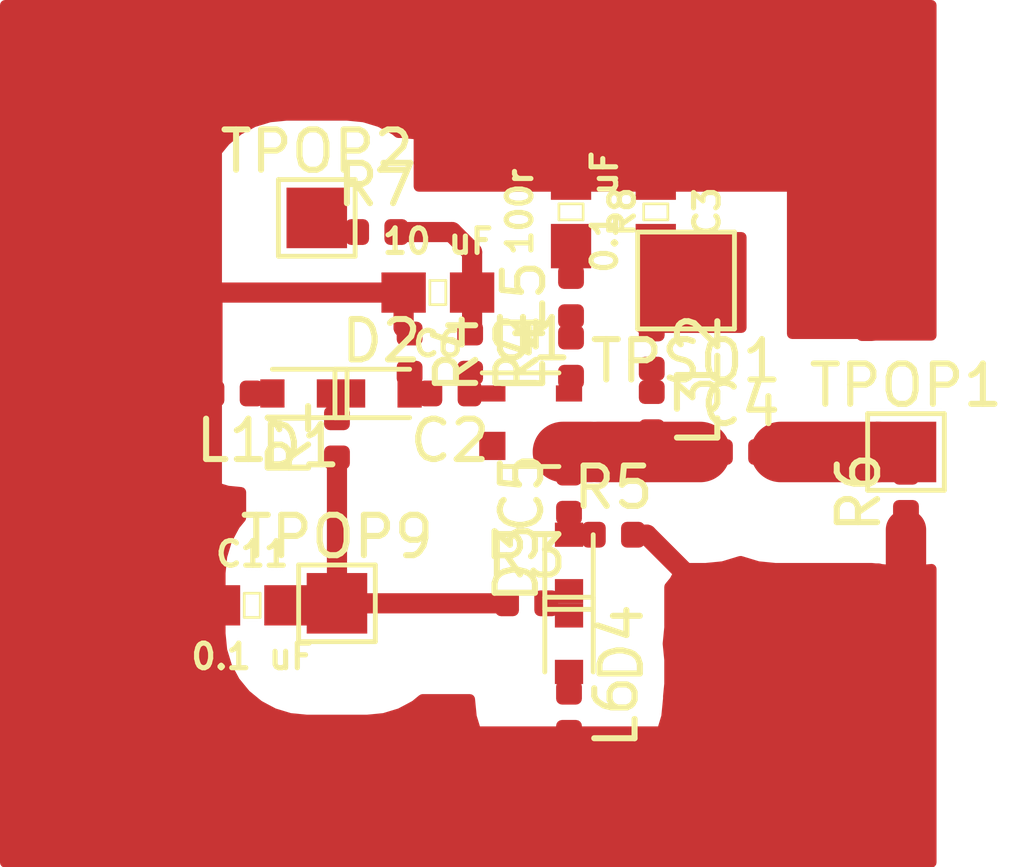
<source format=kicad_pcb>
(kicad_pcb (version 20171130) (host pcbnew 5.1.5+dfsg1-2~bpo9+1)

  (general
    (thickness 1.6)
    (drawings 0)
    (tracks 18)
    (zones 0)
    (modules 29)
    (nets 19)
  )

  (page A4)
  (layers
    (0 F.Cu signal)
    (31 B.Cu signal)
    (32 B.Adhes user)
    (33 F.Adhes user)
    (34 B.Paste user)
    (35 F.Paste user)
    (36 B.SilkS user)
    (37 F.SilkS user hide)
    (38 B.Mask user)
    (39 F.Mask user)
    (40 Dwgs.User user)
    (41 Cmts.User user)
    (42 Eco1.User user)
    (43 Eco2.User user)
    (44 Edge.Cuts user)
    (45 Margin user)
    (46 B.CrtYd user)
    (47 F.CrtYd user)
    (48 B.Fab user)
    (49 F.Fab user)
  )

  (setup
    (last_trace_width 0.5)
    (trace_clearance 0.2)
    (zone_clearance 0.1)
    (zone_45_only no)
    (trace_min 0.2)
    (via_size 0.8)
    (via_drill 0.4)
    (via_min_size 0.4)
    (via_min_drill 0.3)
    (uvia_size 0.3)
    (uvia_drill 0.1)
    (uvias_allowed no)
    (uvia_min_size 0.2)
    (uvia_min_drill 0.1)
    (edge_width 0.05)
    (segment_width 0.2)
    (pcb_text_width 0.3)
    (pcb_text_size 1.5 1.5)
    (mod_edge_width 0.12)
    (mod_text_size 1 1)
    (mod_text_width 0.15)
    (pad_size 0.65 0.7)
    (pad_drill 0)
    (pad_to_mask_clearance 0.051)
    (solder_mask_min_width 0.25)
    (aux_axis_origin 83.75 85.75)
    (grid_origin 83.75 85.75)
    (visible_elements FFF9FF7F)
    (pcbplotparams
      (layerselection 0x00000_7fffffff)
      (usegerberextensions false)
      (usegerberattributes false)
      (usegerberadvancedattributes false)
      (creategerberjobfile false)
      (excludeedgelayer true)
      (linewidth 0.020000)
      (plotframeref false)
      (viasonmask false)
      (mode 1)
      (useauxorigin true)
      (hpglpennumber 1)
      (hpglpenspeed 20)
      (hpglpendiameter 15.000000)
      (psnegative false)
      (psa4output false)
      (plotreference true)
      (plotvalue true)
      (plotinvisibletext false)
      (padsonsilk false)
      (subtractmaskfromsilk false)
      (outputformat 1)
      (mirror false)
      (drillshape 0)
      (scaleselection 1)
      (outputdirectory "CAM/"))
  )

  (net 0 "")
  (net 1 GND)
  (net 2 "Net-(C2-Pad2)")
  (net 3 "Net-(C2-Pad1)")
  (net 4 "Net-(C4-Pad1)")
  (net 5 "Net-(C5-Pad1)")
  (net 6 "Net-(D1-Pad1)")
  (net 7 "Net-(D1-Pad2)")
  (net 8 "Net-(L2-Pad2)")
  (net 9 "Net-(L4-Pad2)")
  (net 10 "Net-(L4-Pad1)")
  (net 11 "Net-(D3-Pad1)")
  (net 12 "Net-(D4-Pad2)")
  (net 13 nsource)
  (net 14 nvaractor)
  (net 15 noutput)
  (net 16 "Net-(C6-Pad1)")
  (net 17 "Net-(L5-Pad2)")
  (net 18 "Net-(R7-Pad1)")

  (net_class Default "This is the default net class."
    (clearance 0.2)
    (trace_width 0.5)
    (via_dia 0.8)
    (via_drill 0.4)
    (uvia_dia 0.3)
    (uvia_drill 0.1)
    (add_net GND)
    (add_net "Net-(C2-Pad1)")
    (add_net "Net-(C2-Pad2)")
    (add_net "Net-(C4-Pad1)")
    (add_net "Net-(C5-Pad1)")
    (add_net "Net-(C6-Pad1)")
    (add_net "Net-(D1-Pad1)")
    (add_net "Net-(D1-Pad2)")
    (add_net "Net-(D3-Pad1)")
    (add_net "Net-(D4-Pad2)")
    (add_net "Net-(L2-Pad2)")
    (add_net "Net-(L4-Pad1)")
    (add_net "Net-(L4-Pad2)")
    (add_net "Net-(L5-Pad2)")
    (add_net "Net-(R7-Pad1)")
    (add_net noutput)
    (add_net nsource)
    (add_net nvaractor)
  )

  (module TestPoint:TestPoint_Pad_1.5x1.5mm (layer F.Cu) (tedit 5A0F774F) (tstamp 5EE822A5)
    (at 92.1 100.7)
    (descr "SMD rectangular pad as test Point, square 1.5mm side length")
    (tags "test point SMD pad rectangle square")
    (path /5F0E660D)
    (attr virtual)
    (fp_text reference TPOP9 (at 0 -1.648) (layer F.SilkS)
      (effects (font (size 1 1) (thickness 0.15)))
    )
    (fp_text value varactor (at 0 1.75) (layer F.Fab)
      (effects (font (size 1 1) (thickness 0.15)))
    )
    (fp_line (start 1.25 1.25) (end -1.25 1.25) (layer F.CrtYd) (width 0.05))
    (fp_line (start 1.25 1.25) (end 1.25 -1.25) (layer F.CrtYd) (width 0.05))
    (fp_line (start -1.25 -1.25) (end -1.25 1.25) (layer F.CrtYd) (width 0.05))
    (fp_line (start -1.25 -1.25) (end 1.25 -1.25) (layer F.CrtYd) (width 0.05))
    (fp_line (start -0.95 0.95) (end -0.95 -0.95) (layer F.SilkS) (width 0.12))
    (fp_line (start 0.95 0.95) (end -0.95 0.95) (layer F.SilkS) (width 0.12))
    (fp_line (start 0.95 -0.95) (end 0.95 0.95) (layer F.SilkS) (width 0.12))
    (fp_line (start -0.95 -0.95) (end 0.95 -0.95) (layer F.SilkS) (width 0.12))
    (fp_text user %R (at 0 -1.65) (layer F.Fab)
      (effects (font (size 1 1) (thickness 0.15)))
    )
    (pad 1 smd rect (at 0 0) (size 1.5 1.5) (layers F.Cu F.Mask)
      (net 14 nvaractor))
  )

  (module Capacitors:0603 (layer F.Cu) (tedit 596180EF) (tstamp 5EE5BC2E)
    (at 97.9 91 270)
    (descr "GENERIC 1608 (0603) PACKAGE")
    (tags "GENERIC 1608 (0603) PACKAGE")
    (path /5EF4BB1B)
    (attr smd)
    (fp_text reference R8 (at 0 -1.27 90) (layer F.SilkS)
      (effects (font (size 0.6096 0.6096) (thickness 0.127)))
    )
    (fp_text value 100r (at 0 1.27 90) (layer F.SilkS)
      (effects (font (size 0.6096 0.6096) (thickness 0.127)))
    )
    (fp_line (start -0.3556 0.41656) (end 0.3556 0.41656) (layer Dwgs.User) (width 0.1016))
    (fp_line (start -0.3556 -0.4318) (end 0.3556 -0.4318) (layer Dwgs.User) (width 0.1016))
    (fp_line (start -1.59766 0.6985) (end -1.59766 -0.6985) (layer F.CrtYd) (width 0.0508))
    (fp_line (start 1.59766 0.6985) (end -1.59766 0.6985) (layer F.CrtYd) (width 0.0508))
    (fp_line (start 1.59766 -0.6985) (end 1.59766 0.6985) (layer F.CrtYd) (width 0.0508))
    (fp_line (start -1.59766 -0.6985) (end 1.59766 -0.6985) (layer F.CrtYd) (width 0.0508))
    (fp_line (start -0.19812 0.29972) (end -0.19812 -0.29972) (layer F.SilkS) (width 0.06604))
    (fp_line (start -0.19812 -0.29972) (end 0.19812 -0.29972) (layer F.SilkS) (width 0.06604))
    (fp_line (start 0.19812 0.29972) (end 0.19812 -0.29972) (layer F.SilkS) (width 0.06604))
    (fp_line (start -0.19812 0.29972) (end 0.19812 0.29972) (layer F.SilkS) (width 0.06604))
    (fp_line (start 0.3302 0.4699) (end 0.3302 -0.48006) (layer Dwgs.User) (width 0.06604))
    (fp_line (start 0.3302 -0.48006) (end 0.82804 -0.48006) (layer Dwgs.User) (width 0.06604))
    (fp_line (start 0.82804 0.4699) (end 0.82804 -0.48006) (layer Dwgs.User) (width 0.06604))
    (fp_line (start 0.3302 0.4699) (end 0.82804 0.4699) (layer Dwgs.User) (width 0.06604))
    (fp_line (start -0.8382 0.4699) (end -0.8382 -0.48006) (layer Dwgs.User) (width 0.06604))
    (fp_line (start -0.8382 -0.48006) (end -0.33782 -0.48006) (layer Dwgs.User) (width 0.06604))
    (fp_line (start -0.33782 0.4699) (end -0.33782 -0.48006) (layer Dwgs.User) (width 0.06604))
    (fp_line (start -0.8382 0.4699) (end -0.33782 0.4699) (layer Dwgs.User) (width 0.06604))
    (pad 2 smd rect (at 0.84836 0 270) (size 1.09982 0.99822) (layers F.Cu F.Paste F.Mask)
      (net 17 "Net-(L5-Pad2)") (solder_mask_margin 0.1016))
    (pad 1 smd rect (at -0.84836 0 270) (size 1.09982 0.99822) (layers F.Cu F.Paste F.Mask)
      (net 1 GND) (solder_mask_margin 0.1016))
  )

  (module Capacitors:0603 (layer F.Cu) (tedit 596180EF) (tstamp 5EE7F6BC)
    (at 90 100.75)
    (descr "GENERIC 1608 (0603) PACKAGE")
    (tags "GENERIC 1608 (0603) PACKAGE")
    (path /5F0D6222)
    (attr smd)
    (fp_text reference C11 (at 0 -1.27) (layer F.SilkS)
      (effects (font (size 0.6096 0.6096) (thickness 0.127)))
    )
    (fp_text value "0.1 uF" (at 0 1.27) (layer F.SilkS)
      (effects (font (size 0.6096 0.6096) (thickness 0.127)))
    )
    (fp_line (start -0.3556 0.41656) (end 0.3556 0.41656) (layer Dwgs.User) (width 0.1016))
    (fp_line (start -0.3556 -0.4318) (end 0.3556 -0.4318) (layer Dwgs.User) (width 0.1016))
    (fp_line (start -1.59766 0.6985) (end -1.59766 -0.6985) (layer F.CrtYd) (width 0.0508))
    (fp_line (start 1.59766 0.6985) (end -1.59766 0.6985) (layer F.CrtYd) (width 0.0508))
    (fp_line (start 1.59766 -0.6985) (end 1.59766 0.6985) (layer F.CrtYd) (width 0.0508))
    (fp_line (start -1.59766 -0.6985) (end 1.59766 -0.6985) (layer F.CrtYd) (width 0.0508))
    (fp_line (start -0.19812 0.29972) (end -0.19812 -0.29972) (layer F.SilkS) (width 0.06604))
    (fp_line (start -0.19812 -0.29972) (end 0.19812 -0.29972) (layer F.SilkS) (width 0.06604))
    (fp_line (start 0.19812 0.29972) (end 0.19812 -0.29972) (layer F.SilkS) (width 0.06604))
    (fp_line (start -0.19812 0.29972) (end 0.19812 0.29972) (layer F.SilkS) (width 0.06604))
    (fp_line (start 0.3302 0.4699) (end 0.3302 -0.48006) (layer Dwgs.User) (width 0.06604))
    (fp_line (start 0.3302 -0.48006) (end 0.82804 -0.48006) (layer Dwgs.User) (width 0.06604))
    (fp_line (start 0.82804 0.4699) (end 0.82804 -0.48006) (layer Dwgs.User) (width 0.06604))
    (fp_line (start 0.3302 0.4699) (end 0.82804 0.4699) (layer Dwgs.User) (width 0.06604))
    (fp_line (start -0.8382 0.4699) (end -0.8382 -0.48006) (layer Dwgs.User) (width 0.06604))
    (fp_line (start -0.8382 -0.48006) (end -0.33782 -0.48006) (layer Dwgs.User) (width 0.06604))
    (fp_line (start -0.33782 0.4699) (end -0.33782 -0.48006) (layer Dwgs.User) (width 0.06604))
    (fp_line (start -0.8382 0.4699) (end -0.33782 0.4699) (layer Dwgs.User) (width 0.06604))
    (pad 2 smd rect (at 0.84836 0) (size 1.09982 0.99822) (layers F.Cu F.Paste F.Mask)
      (net 14 nvaractor) (solder_mask_margin 0.1016))
    (pad 1 smd rect (at -0.84836 0) (size 1.09982 0.99822) (layers F.Cu F.Paste F.Mask)
      (net 1 GND) (solder_mask_margin 0.1016))
  )

  (module Capacitors:0603 (layer F.Cu) (tedit 596180EF) (tstamp 5EE5AC85)
    (at 94.6 93 180)
    (descr "GENERIC 1608 (0603) PACKAGE")
    (tags "GENERIC 1608 (0603) PACKAGE")
    (path /5EF2A408)
    (attr smd)
    (fp_text reference C6 (at 0 -1.27) (layer F.SilkS)
      (effects (font (size 0.6096 0.6096) (thickness 0.127)))
    )
    (fp_text value "10 uF" (at 0 1.27) (layer F.SilkS)
      (effects (font (size 0.6096 0.6096) (thickness 0.127)))
    )
    (fp_line (start -0.3556 0.41656) (end 0.3556 0.41656) (layer Dwgs.User) (width 0.1016))
    (fp_line (start -0.3556 -0.4318) (end 0.3556 -0.4318) (layer Dwgs.User) (width 0.1016))
    (fp_line (start -1.59766 0.6985) (end -1.59766 -0.6985) (layer F.CrtYd) (width 0.0508))
    (fp_line (start 1.59766 0.6985) (end -1.59766 0.6985) (layer F.CrtYd) (width 0.0508))
    (fp_line (start 1.59766 -0.6985) (end 1.59766 0.6985) (layer F.CrtYd) (width 0.0508))
    (fp_line (start -1.59766 -0.6985) (end 1.59766 -0.6985) (layer F.CrtYd) (width 0.0508))
    (fp_line (start -0.19812 0.29972) (end -0.19812 -0.29972) (layer F.SilkS) (width 0.06604))
    (fp_line (start -0.19812 -0.29972) (end 0.19812 -0.29972) (layer F.SilkS) (width 0.06604))
    (fp_line (start 0.19812 0.29972) (end 0.19812 -0.29972) (layer F.SilkS) (width 0.06604))
    (fp_line (start -0.19812 0.29972) (end 0.19812 0.29972) (layer F.SilkS) (width 0.06604))
    (fp_line (start 0.3302 0.4699) (end 0.3302 -0.48006) (layer Dwgs.User) (width 0.06604))
    (fp_line (start 0.3302 -0.48006) (end 0.82804 -0.48006) (layer Dwgs.User) (width 0.06604))
    (fp_line (start 0.82804 0.4699) (end 0.82804 -0.48006) (layer Dwgs.User) (width 0.06604))
    (fp_line (start 0.3302 0.4699) (end 0.82804 0.4699) (layer Dwgs.User) (width 0.06604))
    (fp_line (start -0.8382 0.4699) (end -0.8382 -0.48006) (layer Dwgs.User) (width 0.06604))
    (fp_line (start -0.8382 -0.48006) (end -0.33782 -0.48006) (layer Dwgs.User) (width 0.06604))
    (fp_line (start -0.33782 0.4699) (end -0.33782 -0.48006) (layer Dwgs.User) (width 0.06604))
    (fp_line (start -0.8382 0.4699) (end -0.33782 0.4699) (layer Dwgs.User) (width 0.06604))
    (pad 2 smd rect (at 0.84836 0 180) (size 1.09982 0.99822) (layers F.Cu F.Paste F.Mask)
      (net 1 GND) (solder_mask_margin 0.1016))
    (pad 1 smd rect (at -0.84836 0 180) (size 1.09982 0.99822) (layers F.Cu F.Paste F.Mask)
      (net 16 "Net-(C6-Pad1)") (solder_mask_margin 0.1016))
  )

  (module Capacitors:0603 (layer F.Cu) (tedit 596180EF) (tstamp 5EE00B37)
    (at 100 91 270)
    (descr "GENERIC 1608 (0603) PACKAGE")
    (tags "GENERIC 1608 (0603) PACKAGE")
    (path /5EE4533B)
    (attr smd)
    (fp_text reference C3 (at 0 -1.27 90) (layer F.SilkS)
      (effects (font (size 0.6096 0.6096) (thickness 0.127)))
    )
    (fp_text value "0.1 uF" (at 0 1.27 90) (layer F.SilkS)
      (effects (font (size 0.6096 0.6096) (thickness 0.127)))
    )
    (fp_line (start -0.3556 0.41656) (end 0.3556 0.41656) (layer Dwgs.User) (width 0.1016))
    (fp_line (start -0.3556 -0.4318) (end 0.3556 -0.4318) (layer Dwgs.User) (width 0.1016))
    (fp_line (start -1.59766 0.6985) (end -1.59766 -0.6985) (layer F.CrtYd) (width 0.0508))
    (fp_line (start 1.59766 0.6985) (end -1.59766 0.6985) (layer F.CrtYd) (width 0.0508))
    (fp_line (start 1.59766 -0.6985) (end 1.59766 0.6985) (layer F.CrtYd) (width 0.0508))
    (fp_line (start -1.59766 -0.6985) (end 1.59766 -0.6985) (layer F.CrtYd) (width 0.0508))
    (fp_line (start -0.19812 0.29972) (end -0.19812 -0.29972) (layer F.SilkS) (width 0.06604))
    (fp_line (start -0.19812 -0.29972) (end 0.19812 -0.29972) (layer F.SilkS) (width 0.06604))
    (fp_line (start 0.19812 0.29972) (end 0.19812 -0.29972) (layer F.SilkS) (width 0.06604))
    (fp_line (start -0.19812 0.29972) (end 0.19812 0.29972) (layer F.SilkS) (width 0.06604))
    (fp_line (start 0.3302 0.4699) (end 0.3302 -0.48006) (layer Dwgs.User) (width 0.06604))
    (fp_line (start 0.3302 -0.48006) (end 0.82804 -0.48006) (layer Dwgs.User) (width 0.06604))
    (fp_line (start 0.82804 0.4699) (end 0.82804 -0.48006) (layer Dwgs.User) (width 0.06604))
    (fp_line (start 0.3302 0.4699) (end 0.82804 0.4699) (layer Dwgs.User) (width 0.06604))
    (fp_line (start -0.8382 0.4699) (end -0.8382 -0.48006) (layer Dwgs.User) (width 0.06604))
    (fp_line (start -0.8382 -0.48006) (end -0.33782 -0.48006) (layer Dwgs.User) (width 0.06604))
    (fp_line (start -0.33782 0.4699) (end -0.33782 -0.48006) (layer Dwgs.User) (width 0.06604))
    (fp_line (start -0.8382 0.4699) (end -0.33782 0.4699) (layer Dwgs.User) (width 0.06604))
    (pad 2 smd rect (at 0.84836 0 270) (size 1.09982 0.99822) (layers F.Cu F.Paste F.Mask)
      (net 13 nsource) (solder_mask_margin 0.1016))
    (pad 1 smd rect (at -0.84836 0 270) (size 1.09982 0.99822) (layers F.Cu F.Paste F.Mask)
      (net 1 GND) (solder_mask_margin 0.1016))
  )

  (module Resistor_SMD:R_0402_1005Metric (layer F.Cu) (tedit 5B301BBD) (tstamp 5EE5BC16)
    (at 93.085001 91.500001)
    (descr "Resistor SMD 0402 (1005 Metric), square (rectangular) end terminal, IPC_7351 nominal, (Body size source: http://www.tortai-tech.com/upload/download/2011102023233369053.pdf), generated with kicad-footprint-generator")
    (tags resistor)
    (path /5EF3ECA2)
    (attr smd)
    (fp_text reference R7 (at 0 -1.17) (layer F.SilkS)
      (effects (font (size 1 1) (thickness 0.15)))
    )
    (fp_text value 10K (at 0 1.17) (layer F.Fab)
      (effects (font (size 1 1) (thickness 0.15)))
    )
    (fp_text user %R (at 0 0) (layer F.Fab)
      (effects (font (size 0.25 0.25) (thickness 0.04)))
    )
    (fp_line (start 0.93 0.47) (end -0.93 0.47) (layer F.CrtYd) (width 0.05))
    (fp_line (start 0.93 -0.47) (end 0.93 0.47) (layer F.CrtYd) (width 0.05))
    (fp_line (start -0.93 -0.47) (end 0.93 -0.47) (layer F.CrtYd) (width 0.05))
    (fp_line (start -0.93 0.47) (end -0.93 -0.47) (layer F.CrtYd) (width 0.05))
    (fp_line (start 0.5 0.25) (end -0.5 0.25) (layer F.Fab) (width 0.1))
    (fp_line (start 0.5 -0.25) (end 0.5 0.25) (layer F.Fab) (width 0.1))
    (fp_line (start -0.5 -0.25) (end 0.5 -0.25) (layer F.Fab) (width 0.1))
    (fp_line (start -0.5 0.25) (end -0.5 -0.25) (layer F.Fab) (width 0.1))
    (pad 2 smd roundrect (at 0.485 0) (size 0.59 0.64) (layers F.Cu F.Paste F.Mask) (roundrect_rratio 0.25)
      (net 16 "Net-(C6-Pad1)"))
    (pad 1 smd roundrect (at -0.485 0) (size 0.59 0.64) (layers F.Cu F.Paste F.Mask) (roundrect_rratio 0.25)
      (net 18 "Net-(R7-Pad1)"))
    (model ${KISYS3DMOD}/Resistor_SMD.3dshapes/R_0402_1005Metric.wrl
      (at (xyz 0 0 0))
      (scale (xyz 1 1 1))
      (rotate (xyz 0 0 0))
    )
  )

  (module Resistor_SMD:R_0402_1005Metric (layer F.Cu) (tedit 5B301BBD) (tstamp 5EE00C87)
    (at 92.1 96.6 90)
    (descr "Resistor SMD 0402 (1005 Metric), square (rectangular) end terminal, IPC_7351 nominal, (Body size source: http://www.tortai-tech.com/upload/download/2011102023233369053.pdf), generated with kicad-footprint-generator")
    (tags resistor)
    (path /5EE21C0B)
    (attr smd)
    (fp_text reference R1 (at 0 -1.17 90) (layer F.SilkS)
      (effects (font (size 1 1) (thickness 0.15)))
    )
    (fp_text value 10K (at 0 1.17 90) (layer F.Fab)
      (effects (font (size 1 1) (thickness 0.15)))
    )
    (fp_text user %R (at 0 0 90) (layer F.Fab)
      (effects (font (size 0.25 0.25) (thickness 0.04)))
    )
    (fp_line (start 0.93 0.47) (end -0.93 0.47) (layer F.CrtYd) (width 0.05))
    (fp_line (start 0.93 -0.47) (end 0.93 0.47) (layer F.CrtYd) (width 0.05))
    (fp_line (start -0.93 -0.47) (end 0.93 -0.47) (layer F.CrtYd) (width 0.05))
    (fp_line (start -0.93 0.47) (end -0.93 -0.47) (layer F.CrtYd) (width 0.05))
    (fp_line (start 0.5 0.25) (end -0.5 0.25) (layer F.Fab) (width 0.1))
    (fp_line (start 0.5 -0.25) (end 0.5 0.25) (layer F.Fab) (width 0.1))
    (fp_line (start -0.5 -0.25) (end 0.5 -0.25) (layer F.Fab) (width 0.1))
    (fp_line (start -0.5 0.25) (end -0.5 -0.25) (layer F.Fab) (width 0.1))
    (pad 2 smd roundrect (at 0.485 0 90) (size 0.59 0.64) (layers F.Cu F.Paste F.Mask) (roundrect_rratio 0.25)
      (net 6 "Net-(D1-Pad1)"))
    (pad 1 smd roundrect (at -0.485 0 90) (size 0.59 0.64) (layers F.Cu F.Paste F.Mask) (roundrect_rratio 0.25)
      (net 14 nvaractor))
    (model ${KISYS3DMOD}/Resistor_SMD.3dshapes/R_0402_1005Metric.wrl
      (at (xyz 0 0 0))
      (scale (xyz 1 1 1))
      (rotate (xyz 0 0 0))
    )
  )

  (module Resistor_SMD:R_0402_1005Metric (layer F.Cu) (tedit 5B301BBD) (tstamp 5EE00C57)
    (at 97.9 93.1 90)
    (descr "Resistor SMD 0402 (1005 Metric), square (rectangular) end terminal, IPC_7351 nominal, (Body size source: http://www.tortai-tech.com/upload/download/2011102023233369053.pdf), generated with kicad-footprint-generator")
    (tags resistor)
    (path /5EE2AFDA)
    (attr smd)
    (fp_text reference L5 (at 0 -1.17 90) (layer F.SilkS)
      (effects (font (size 1 1) (thickness 0.15)))
    )
    (fp_text value "220 nH" (at 0 1.17 90) (layer F.Fab)
      (effects (font (size 1 1) (thickness 0.15)))
    )
    (fp_text user %R (at 0 0 90) (layer F.Fab)
      (effects (font (size 0.25 0.25) (thickness 0.04)))
    )
    (fp_line (start 0.93 0.47) (end -0.93 0.47) (layer F.CrtYd) (width 0.05))
    (fp_line (start 0.93 -0.47) (end 0.93 0.47) (layer F.CrtYd) (width 0.05))
    (fp_line (start -0.93 -0.47) (end 0.93 -0.47) (layer F.CrtYd) (width 0.05))
    (fp_line (start -0.93 0.47) (end -0.93 -0.47) (layer F.CrtYd) (width 0.05))
    (fp_line (start 0.5 0.25) (end -0.5 0.25) (layer F.Fab) (width 0.1))
    (fp_line (start 0.5 -0.25) (end 0.5 0.25) (layer F.Fab) (width 0.1))
    (fp_line (start -0.5 -0.25) (end 0.5 -0.25) (layer F.Fab) (width 0.1))
    (fp_line (start -0.5 0.25) (end -0.5 -0.25) (layer F.Fab) (width 0.1))
    (pad 2 smd roundrect (at 0.485 0 90) (size 0.59 0.64) (layers F.Cu F.Paste F.Mask) (roundrect_rratio 0.25)
      (net 17 "Net-(L5-Pad2)"))
    (pad 1 smd roundrect (at -0.485 0 90) (size 0.59 0.64) (layers F.Cu F.Paste F.Mask) (roundrect_rratio 0.25)
      (net 9 "Net-(L4-Pad2)"))
    (model ${KISYS3DMOD}/Resistor_SMD.3dshapes/R_0402_1005Metric.wrl
      (at (xyz 0 0 0))
      (scale (xyz 1 1 1))
      (rotate (xyz 0 0 0))
    )
  )

  (module Resistor_SMD:R_0402_1005Metric (layer F.Cu) (tedit 5B301BBD) (tstamp 5EE152AD)
    (at 106.2 97.95 90)
    (descr "Resistor SMD 0402 (1005 Metric), square (rectangular) end terminal, IPC_7351 nominal, (Body size source: http://www.tortai-tech.com/upload/download/2011102023233369053.pdf), generated with kicad-footprint-generator")
    (tags resistor)
    (path /5EED81DA)
    (attr smd)
    (fp_text reference R6 (at 0 -1.17 90) (layer F.SilkS)
      (effects (font (size 1 1) (thickness 0.15)))
    )
    (fp_text value 50 (at 0 1.17 90) (layer F.Fab)
      (effects (font (size 1 1) (thickness 0.15)))
    )
    (fp_text user %R (at 0 0 90) (layer F.Fab)
      (effects (font (size 0.25 0.25) (thickness 0.04)))
    )
    (fp_line (start 0.93 0.47) (end -0.93 0.47) (layer F.CrtYd) (width 0.05))
    (fp_line (start 0.93 -0.47) (end 0.93 0.47) (layer F.CrtYd) (width 0.05))
    (fp_line (start -0.93 -0.47) (end 0.93 -0.47) (layer F.CrtYd) (width 0.05))
    (fp_line (start -0.93 0.47) (end -0.93 -0.47) (layer F.CrtYd) (width 0.05))
    (fp_line (start 0.5 0.25) (end -0.5 0.25) (layer F.Fab) (width 0.1))
    (fp_line (start 0.5 -0.25) (end 0.5 0.25) (layer F.Fab) (width 0.1))
    (fp_line (start -0.5 -0.25) (end 0.5 -0.25) (layer F.Fab) (width 0.1))
    (fp_line (start -0.5 0.25) (end -0.5 -0.25) (layer F.Fab) (width 0.1))
    (pad 2 smd roundrect (at 0.485 0 90) (size 0.59 0.64) (layers F.Cu F.Paste F.Mask) (roundrect_rratio 0.25)
      (net 15 noutput))
    (pad 1 smd roundrect (at -0.485 0 90) (size 0.59 0.64) (layers F.Cu F.Paste F.Mask) (roundrect_rratio 0.25)
      (net 1 GND))
    (model ${KISYS3DMOD}/Resistor_SMD.3dshapes/R_0402_1005Metric.wrl
      (at (xyz 0 0 0))
      (scale (xyz 1 1 1))
      (rotate (xyz 0 0 0))
    )
  )

  (module Resistor_SMD:R_0402_1005Metric (layer F.Cu) (tedit 5B301BBD) (tstamp 5EE019A7)
    (at 98.95 99)
    (descr "Resistor SMD 0402 (1005 Metric), square (rectangular) end terminal, IPC_7351 nominal, (Body size source: http://www.tortai-tech.com/upload/download/2011102023233369053.pdf), generated with kicad-footprint-generator")
    (tags resistor)
    (path /5EE4C71F)
    (attr smd)
    (fp_text reference R5 (at 0 -1.17) (layer F.SilkS)
      (effects (font (size 1 1) (thickness 0.15)))
    )
    (fp_text value 10K (at 0 1.17) (layer F.Fab)
      (effects (font (size 1 1) (thickness 0.15)))
    )
    (fp_text user %R (at 0 0) (layer F.Fab)
      (effects (font (size 0.25 0.25) (thickness 0.04)))
    )
    (fp_line (start 0.93 0.47) (end -0.93 0.47) (layer F.CrtYd) (width 0.05))
    (fp_line (start 0.93 -0.47) (end 0.93 0.47) (layer F.CrtYd) (width 0.05))
    (fp_line (start -0.93 -0.47) (end 0.93 -0.47) (layer F.CrtYd) (width 0.05))
    (fp_line (start -0.93 0.47) (end -0.93 -0.47) (layer F.CrtYd) (width 0.05))
    (fp_line (start 0.5 0.25) (end -0.5 0.25) (layer F.Fab) (width 0.1))
    (fp_line (start 0.5 -0.25) (end 0.5 0.25) (layer F.Fab) (width 0.1))
    (fp_line (start -0.5 -0.25) (end 0.5 -0.25) (layer F.Fab) (width 0.1))
    (fp_line (start -0.5 0.25) (end -0.5 -0.25) (layer F.Fab) (width 0.1))
    (pad 2 smd roundrect (at 0.485 0) (size 0.59 0.64) (layers F.Cu F.Paste F.Mask) (roundrect_rratio 0.25)
      (net 1 GND))
    (pad 1 smd roundrect (at -0.485 0) (size 0.59 0.64) (layers F.Cu F.Paste F.Mask) (roundrect_rratio 0.25)
      (net 5 "Net-(C5-Pad1)"))
    (model ${KISYS3DMOD}/Resistor_SMD.3dshapes/R_0402_1005Metric.wrl
      (at (xyz 0 0 0))
      (scale (xyz 1 1 1))
      (rotate (xyz 0 0 0))
    )
  )

  (module Resistor_SMD:R_0402_1005Metric (layer F.Cu) (tedit 5B301BBD) (tstamp 5EE0198F)
    (at 93.9 94.5 270)
    (descr "Resistor SMD 0402 (1005 Metric), square (rectangular) end terminal, IPC_7351 nominal, (Body size source: http://www.tortai-tech.com/upload/download/2011102023233369053.pdf), generated with kicad-footprint-generator")
    (tags resistor)
    (path /5EE4E4E0)
    (attr smd)
    (fp_text reference R4 (at 0 -1.17 90) (layer F.SilkS)
      (effects (font (size 1 1) (thickness 0.15)))
    )
    (fp_text value 10K (at 0 1.17 90) (layer F.Fab)
      (effects (font (size 1 1) (thickness 0.15)))
    )
    (fp_text user %R (at 0 0 90) (layer F.Fab)
      (effects (font (size 0.25 0.25) (thickness 0.04)))
    )
    (fp_line (start 0.93 0.47) (end -0.93 0.47) (layer F.CrtYd) (width 0.05))
    (fp_line (start 0.93 -0.47) (end 0.93 0.47) (layer F.CrtYd) (width 0.05))
    (fp_line (start -0.93 -0.47) (end 0.93 -0.47) (layer F.CrtYd) (width 0.05))
    (fp_line (start -0.93 0.47) (end -0.93 -0.47) (layer F.CrtYd) (width 0.05))
    (fp_line (start 0.5 0.25) (end -0.5 0.25) (layer F.Fab) (width 0.1))
    (fp_line (start 0.5 -0.25) (end 0.5 0.25) (layer F.Fab) (width 0.1))
    (fp_line (start -0.5 -0.25) (end 0.5 -0.25) (layer F.Fab) (width 0.1))
    (fp_line (start -0.5 0.25) (end -0.5 -0.25) (layer F.Fab) (width 0.1))
    (pad 2 smd roundrect (at 0.485 0 270) (size 0.59 0.64) (layers F.Cu F.Paste F.Mask) (roundrect_rratio 0.25)
      (net 2 "Net-(C2-Pad2)"))
    (pad 1 smd roundrect (at -0.485 0 270) (size 0.59 0.64) (layers F.Cu F.Paste F.Mask) (roundrect_rratio 0.25)
      (net 1 GND))
    (model ${KISYS3DMOD}/Resistor_SMD.3dshapes/R_0402_1005Metric.wrl
      (at (xyz 0 0 0))
      (scale (xyz 1 1 1))
      (rotate (xyz 0 0 0))
    )
  )

  (module Resistor_SMD:R_0402_1005Metric (layer F.Cu) (tedit 5B301BBD) (tstamp 5EE00CB7)
    (at 96.8 100.7)
    (descr "Resistor SMD 0402 (1005 Metric), square (rectangular) end terminal, IPC_7351 nominal, (Body size source: http://www.tortai-tech.com/upload/download/2011102023233369053.pdf), generated with kicad-footprint-generator")
    (tags resistor)
    (path /5EE13E6D)
    (attr smd)
    (fp_text reference R3 (at 0 -1.17) (layer F.SilkS)
      (effects (font (size 1 1) (thickness 0.15)))
    )
    (fp_text value 10K (at 0 1.17) (layer F.Fab)
      (effects (font (size 1 1) (thickness 0.15)))
    )
    (fp_text user %R (at 0 0) (layer F.Fab)
      (effects (font (size 0.25 0.25) (thickness 0.04)))
    )
    (fp_line (start 0.93 0.47) (end -0.93 0.47) (layer F.CrtYd) (width 0.05))
    (fp_line (start 0.93 -0.47) (end 0.93 0.47) (layer F.CrtYd) (width 0.05))
    (fp_line (start -0.93 -0.47) (end 0.93 -0.47) (layer F.CrtYd) (width 0.05))
    (fp_line (start -0.93 0.47) (end -0.93 -0.47) (layer F.CrtYd) (width 0.05))
    (fp_line (start 0.5 0.25) (end -0.5 0.25) (layer F.Fab) (width 0.1))
    (fp_line (start 0.5 -0.25) (end 0.5 0.25) (layer F.Fab) (width 0.1))
    (fp_line (start -0.5 -0.25) (end 0.5 -0.25) (layer F.Fab) (width 0.1))
    (fp_line (start -0.5 0.25) (end -0.5 -0.25) (layer F.Fab) (width 0.1))
    (pad 2 smd roundrect (at 0.485 0) (size 0.59 0.64) (layers F.Cu F.Paste F.Mask) (roundrect_rratio 0.25)
      (net 11 "Net-(D3-Pad1)"))
    (pad 1 smd roundrect (at -0.485 0) (size 0.59 0.64) (layers F.Cu F.Paste F.Mask) (roundrect_rratio 0.25)
      (net 14 nvaractor))
    (model ${KISYS3DMOD}/Resistor_SMD.3dshapes/R_0402_1005Metric.wrl
      (at (xyz 0 0 0))
      (scale (xyz 1 1 1))
      (rotate (xyz 0 0 0))
    )
  )

  (module Resistor_SMD:R_0402_1005Metric (layer F.Cu) (tedit 5B301BBD) (tstamp 5EE00C9F)
    (at 95.4 94.5 270)
    (descr "Resistor SMD 0402 (1005 Metric), square (rectangular) end terminal, IPC_7351 nominal, (Body size source: http://www.tortai-tech.com/upload/download/2011102023233369053.pdf), generated with kicad-footprint-generator")
    (tags resistor)
    (path /5EE2D2F4)
    (attr smd)
    (fp_text reference R2 (at 0 -1.17 90) (layer F.SilkS)
      (effects (font (size 1 1) (thickness 0.15)))
    )
    (fp_text value 10K (at 0 1.17 90) (layer F.Fab)
      (effects (font (size 1 1) (thickness 0.15)))
    )
    (fp_text user %R (at 0 0 90) (layer F.Fab)
      (effects (font (size 0.25 0.25) (thickness 0.04)))
    )
    (fp_line (start 0.93 0.47) (end -0.93 0.47) (layer F.CrtYd) (width 0.05))
    (fp_line (start 0.93 -0.47) (end 0.93 0.47) (layer F.CrtYd) (width 0.05))
    (fp_line (start -0.93 -0.47) (end 0.93 -0.47) (layer F.CrtYd) (width 0.05))
    (fp_line (start -0.93 0.47) (end -0.93 -0.47) (layer F.CrtYd) (width 0.05))
    (fp_line (start 0.5 0.25) (end -0.5 0.25) (layer F.Fab) (width 0.1))
    (fp_line (start 0.5 -0.25) (end 0.5 0.25) (layer F.Fab) (width 0.1))
    (fp_line (start -0.5 -0.25) (end 0.5 -0.25) (layer F.Fab) (width 0.1))
    (fp_line (start -0.5 0.25) (end -0.5 -0.25) (layer F.Fab) (width 0.1))
    (pad 2 smd roundrect (at 0.485 0 270) (size 0.59 0.64) (layers F.Cu F.Paste F.Mask) (roundrect_rratio 0.25)
      (net 3 "Net-(C2-Pad1)"))
    (pad 1 smd roundrect (at -0.485 0 270) (size 0.59 0.64) (layers F.Cu F.Paste F.Mask) (roundrect_rratio 0.25)
      (net 16 "Net-(C6-Pad1)"))
    (model ${KISYS3DMOD}/Resistor_SMD.3dshapes/R_0402_1005Metric.wrl
      (at (xyz 0 0 0))
      (scale (xyz 1 1 1))
      (rotate (xyz 0 0 0))
    )
  )

  (module Resistor_SMD:R_0402_1005Metric (layer F.Cu) (tedit 5B301BBD) (tstamp 5EE00C6F)
    (at 97.85 103.4 270)
    (descr "Resistor SMD 0402 (1005 Metric), square (rectangular) end terminal, IPC_7351 nominal, (Body size source: http://www.tortai-tech.com/upload/download/2011102023233369053.pdf), generated with kicad-footprint-generator")
    (tags resistor)
    (path /5EE100FA)
    (attr smd)
    (fp_text reference L6 (at 0 -1.17 90) (layer F.SilkS)
      (effects (font (size 1 1) (thickness 0.15)))
    )
    (fp_text value "1 nH" (at 0 1.17 90) (layer F.Fab)
      (effects (font (size 1 1) (thickness 0.15)))
    )
    (fp_text user %R (at 0 0 90) (layer F.Fab)
      (effects (font (size 0.25 0.25) (thickness 0.04)))
    )
    (fp_line (start 0.93 0.47) (end -0.93 0.47) (layer F.CrtYd) (width 0.05))
    (fp_line (start 0.93 -0.47) (end 0.93 0.47) (layer F.CrtYd) (width 0.05))
    (fp_line (start -0.93 -0.47) (end 0.93 -0.47) (layer F.CrtYd) (width 0.05))
    (fp_line (start -0.93 0.47) (end -0.93 -0.47) (layer F.CrtYd) (width 0.05))
    (fp_line (start 0.5 0.25) (end -0.5 0.25) (layer F.Fab) (width 0.1))
    (fp_line (start 0.5 -0.25) (end 0.5 0.25) (layer F.Fab) (width 0.1))
    (fp_line (start -0.5 -0.25) (end 0.5 -0.25) (layer F.Fab) (width 0.1))
    (fp_line (start -0.5 0.25) (end -0.5 -0.25) (layer F.Fab) (width 0.1))
    (pad 2 smd roundrect (at 0.485 0 270) (size 0.59 0.64) (layers F.Cu F.Paste F.Mask) (roundrect_rratio 0.25)
      (net 1 GND))
    (pad 1 smd roundrect (at -0.485 0 270) (size 0.59 0.64) (layers F.Cu F.Paste F.Mask) (roundrect_rratio 0.25)
      (net 12 "Net-(D4-Pad2)"))
    (model ${KISYS3DMOD}/Resistor_SMD.3dshapes/R_0402_1005Metric.wrl
      (at (xyz 0 0 0))
      (scale (xyz 1 1 1))
      (rotate (xyz 0 0 0))
    )
  )

  (module Resistor_SMD:R_0402_1005Metric (layer F.Cu) (tedit 5B301BBD) (tstamp 5EE00C3F)
    (at 97.9 94.6 90)
    (descr "Resistor SMD 0402 (1005 Metric), square (rectangular) end terminal, IPC_7351 nominal, (Body size source: http://www.tortai-tech.com/upload/download/2011102023233369053.pdf), generated with kicad-footprint-generator")
    (tags resistor)
    (path /5EE2AFE1)
    (attr smd)
    (fp_text reference L4 (at 0 -1.17 90) (layer F.SilkS)
      (effects (font (size 1 1) (thickness 0.15)))
    )
    (fp_text value "220 nH" (at 0 1.17 90) (layer F.Fab)
      (effects (font (size 1 1) (thickness 0.15)))
    )
    (fp_text user %R (at 0 0 90) (layer F.Fab)
      (effects (font (size 0.25 0.25) (thickness 0.04)))
    )
    (fp_line (start 0.93 0.47) (end -0.93 0.47) (layer F.CrtYd) (width 0.05))
    (fp_line (start 0.93 -0.47) (end 0.93 0.47) (layer F.CrtYd) (width 0.05))
    (fp_line (start -0.93 -0.47) (end 0.93 -0.47) (layer F.CrtYd) (width 0.05))
    (fp_line (start -0.93 0.47) (end -0.93 -0.47) (layer F.CrtYd) (width 0.05))
    (fp_line (start 0.5 0.25) (end -0.5 0.25) (layer F.Fab) (width 0.1))
    (fp_line (start 0.5 -0.25) (end 0.5 0.25) (layer F.Fab) (width 0.1))
    (fp_line (start -0.5 -0.25) (end 0.5 -0.25) (layer F.Fab) (width 0.1))
    (fp_line (start -0.5 0.25) (end -0.5 -0.25) (layer F.Fab) (width 0.1))
    (pad 2 smd roundrect (at 0.485 0 90) (size 0.59 0.64) (layers F.Cu F.Paste F.Mask) (roundrect_rratio 0.25)
      (net 9 "Net-(L4-Pad2)"))
    (pad 1 smd roundrect (at -0.485 0 90) (size 0.59 0.64) (layers F.Cu F.Paste F.Mask) (roundrect_rratio 0.25)
      (net 10 "Net-(L4-Pad1)"))
    (model ${KISYS3DMOD}/Resistor_SMD.3dshapes/R_0402_1005Metric.wrl
      (at (xyz 0 0 0))
      (scale (xyz 1 1 1))
      (rotate (xyz 0 0 0))
    )
  )

  (module Resistor_SMD:R_0402_1005Metric (layer F.Cu) (tedit 5B301BBD) (tstamp 5EE00C27)
    (at 99.9 95.95 270)
    (descr "Resistor SMD 0402 (1005 Metric), square (rectangular) end terminal, IPC_7351 nominal, (Body size source: http://www.tortai-tech.com/upload/download/2011102023233369053.pdf), generated with kicad-footprint-generator")
    (tags resistor)
    (path /5EE07869)
    (attr smd)
    (fp_text reference L3 (at 0 -1.17 90) (layer F.SilkS)
      (effects (font (size 1 1) (thickness 0.15)))
    )
    (fp_text value "220 nH" (at 0 1.17 90) (layer F.Fab)
      (effects (font (size 1 1) (thickness 0.15)))
    )
    (fp_text user %R (at 0 0 90) (layer F.Fab)
      (effects (font (size 0.25 0.25) (thickness 0.04)))
    )
    (fp_line (start 0.93 0.47) (end -0.93 0.47) (layer F.CrtYd) (width 0.05))
    (fp_line (start 0.93 -0.47) (end 0.93 0.47) (layer F.CrtYd) (width 0.05))
    (fp_line (start -0.93 -0.47) (end 0.93 -0.47) (layer F.CrtYd) (width 0.05))
    (fp_line (start -0.93 0.47) (end -0.93 -0.47) (layer F.CrtYd) (width 0.05))
    (fp_line (start 0.5 0.25) (end -0.5 0.25) (layer F.Fab) (width 0.1))
    (fp_line (start 0.5 -0.25) (end 0.5 0.25) (layer F.Fab) (width 0.1))
    (fp_line (start -0.5 -0.25) (end 0.5 -0.25) (layer F.Fab) (width 0.1))
    (fp_line (start -0.5 0.25) (end -0.5 -0.25) (layer F.Fab) (width 0.1))
    (pad 2 smd roundrect (at 0.485 0 270) (size 0.59 0.64) (layers F.Cu F.Paste F.Mask) (roundrect_rratio 0.25)
      (net 4 "Net-(C4-Pad1)"))
    (pad 1 smd roundrect (at -0.485 0 270) (size 0.59 0.64) (layers F.Cu F.Paste F.Mask) (roundrect_rratio 0.25)
      (net 8 "Net-(L2-Pad2)"))
    (model ${KISYS3DMOD}/Resistor_SMD.3dshapes/R_0402_1005Metric.wrl
      (at (xyz 0 0 0))
      (scale (xyz 1 1 1))
      (rotate (xyz 0 0 0))
    )
  )

  (module Resistor_SMD:R_0402_1005Metric (layer F.Cu) (tedit 5B301BBD) (tstamp 5EE00C0F)
    (at 99.9 94.4 270)
    (descr "Resistor SMD 0402 (1005 Metric), square (rectangular) end terminal, IPC_7351 nominal, (Body size source: http://www.tortai-tech.com/upload/download/2011102023233369053.pdf), generated with kicad-footprint-generator")
    (tags resistor)
    (path /5EE08A1B)
    (attr smd)
    (fp_text reference L2 (at 0 -1.17 90) (layer F.SilkS)
      (effects (font (size 1 1) (thickness 0.15)))
    )
    (fp_text value "220 nH" (at 0 1.17 90) (layer F.Fab)
      (effects (font (size 1 1) (thickness 0.15)))
    )
    (fp_text user %R (at 0 0 90) (layer F.Fab)
      (effects (font (size 0.25 0.25) (thickness 0.04)))
    )
    (fp_line (start 0.93 0.47) (end -0.93 0.47) (layer F.CrtYd) (width 0.05))
    (fp_line (start 0.93 -0.47) (end 0.93 0.47) (layer F.CrtYd) (width 0.05))
    (fp_line (start -0.93 -0.47) (end 0.93 -0.47) (layer F.CrtYd) (width 0.05))
    (fp_line (start -0.93 0.47) (end -0.93 -0.47) (layer F.CrtYd) (width 0.05))
    (fp_line (start 0.5 0.25) (end -0.5 0.25) (layer F.Fab) (width 0.1))
    (fp_line (start 0.5 -0.25) (end 0.5 0.25) (layer F.Fab) (width 0.1))
    (fp_line (start -0.5 -0.25) (end 0.5 -0.25) (layer F.Fab) (width 0.1))
    (fp_line (start -0.5 0.25) (end -0.5 -0.25) (layer F.Fab) (width 0.1))
    (pad 2 smd roundrect (at 0.485 0 270) (size 0.59 0.64) (layers F.Cu F.Paste F.Mask) (roundrect_rratio 0.25)
      (net 8 "Net-(L2-Pad2)"))
    (pad 1 smd roundrect (at -0.485 0 270) (size 0.59 0.64) (layers F.Cu F.Paste F.Mask) (roundrect_rratio 0.25)
      (net 13 nsource))
    (model ${KISYS3DMOD}/Resistor_SMD.3dshapes/R_0402_1005Metric.wrl
      (at (xyz 0 0 0))
      (scale (xyz 1 1 1))
      (rotate (xyz 0 0 0))
    )
  )

  (module Resistor_SMD:R_0402_1005Metric (layer F.Cu) (tedit 5B301BBD) (tstamp 5EE00BF7)
    (at 89.5 95.5 180)
    (descr "Resistor SMD 0402 (1005 Metric), square (rectangular) end terminal, IPC_7351 nominal, (Body size source: http://www.tortai-tech.com/upload/download/2011102023233369053.pdf), generated with kicad-footprint-generator")
    (tags resistor)
    (path /5EE21BFD)
    (attr smd)
    (fp_text reference L1 (at 0 -1.17) (layer F.SilkS)
      (effects (font (size 1 1) (thickness 0.15)))
    )
    (fp_text value "1 nH" (at 0 1.17) (layer F.Fab)
      (effects (font (size 1 1) (thickness 0.15)))
    )
    (fp_text user %R (at 0 0) (layer F.Fab)
      (effects (font (size 0.25 0.25) (thickness 0.04)))
    )
    (fp_line (start 0.93 0.47) (end -0.93 0.47) (layer F.CrtYd) (width 0.05))
    (fp_line (start 0.93 -0.47) (end 0.93 0.47) (layer F.CrtYd) (width 0.05))
    (fp_line (start -0.93 -0.47) (end 0.93 -0.47) (layer F.CrtYd) (width 0.05))
    (fp_line (start -0.93 0.47) (end -0.93 -0.47) (layer F.CrtYd) (width 0.05))
    (fp_line (start 0.5 0.25) (end -0.5 0.25) (layer F.Fab) (width 0.1))
    (fp_line (start 0.5 -0.25) (end 0.5 0.25) (layer F.Fab) (width 0.1))
    (fp_line (start -0.5 -0.25) (end 0.5 -0.25) (layer F.Fab) (width 0.1))
    (fp_line (start -0.5 0.25) (end -0.5 -0.25) (layer F.Fab) (width 0.1))
    (pad 2 smd roundrect (at 0.485 0 180) (size 0.59 0.64) (layers F.Cu F.Paste F.Mask) (roundrect_rratio 0.25)
      (net 1 GND))
    (pad 1 smd roundrect (at -0.485 0 180) (size 0.59 0.64) (layers F.Cu F.Paste F.Mask) (roundrect_rratio 0.25)
      (net 7 "Net-(D1-Pad2)"))
    (model ${KISYS3DMOD}/Resistor_SMD.3dshapes/R_0402_1005Metric.wrl
      (at (xyz 0 0 0))
      (scale (xyz 1 1 1))
      (rotate (xyz 0 0 0))
    )
  )

  (module Capacitor_SMD:C_0402_1005Metric (layer F.Cu) (tedit 5B301BBE) (tstamp 5EE150C9)
    (at 97.85 97.97088 90)
    (descr "Capacitor SMD 0402 (1005 Metric), square (rectangular) end terminal, IPC_7351 nominal, (Body size source: http://www.tortai-tech.com/upload/download/2011102023233369053.pdf), generated with kicad-footprint-generator")
    (tags capacitor)
    (path /5EEB34DA)
    (attr smd)
    (fp_text reference C5 (at 0 -1.17 90) (layer F.SilkS)
      (effects (font (size 1 1) (thickness 0.15)))
    )
    (fp_text value "10 pF" (at 0 1.17 90) (layer F.Fab)
      (effects (font (size 1 1) (thickness 0.15)))
    )
    (fp_text user %R (at 0 0 90) (layer F.Fab)
      (effects (font (size 0.25 0.25) (thickness 0.04)))
    )
    (fp_line (start 0.93 0.47) (end -0.93 0.47) (layer F.CrtYd) (width 0.05))
    (fp_line (start 0.93 -0.47) (end 0.93 0.47) (layer F.CrtYd) (width 0.05))
    (fp_line (start -0.93 -0.47) (end 0.93 -0.47) (layer F.CrtYd) (width 0.05))
    (fp_line (start -0.93 0.47) (end -0.93 -0.47) (layer F.CrtYd) (width 0.05))
    (fp_line (start 0.5 0.25) (end -0.5 0.25) (layer F.Fab) (width 0.1))
    (fp_line (start 0.5 -0.25) (end 0.5 0.25) (layer F.Fab) (width 0.1))
    (fp_line (start -0.5 -0.25) (end 0.5 -0.25) (layer F.Fab) (width 0.1))
    (fp_line (start -0.5 0.25) (end -0.5 -0.25) (layer F.Fab) (width 0.1))
    (pad 2 smd roundrect (at 0.485 0 90) (size 0.59 0.64) (layers F.Cu F.Paste F.Mask) (roundrect_rratio 0.25)
      (net 4 "Net-(C4-Pad1)"))
    (pad 1 smd roundrect (at -0.485 0 90) (size 0.59 0.64) (layers F.Cu F.Paste F.Mask) (roundrect_rratio 0.25)
      (net 5 "Net-(C5-Pad1)"))
    (model ${KISYS3DMOD}/Capacitor_SMD.3dshapes/C_0402_1005Metric.wrl
      (at (xyz 0 0 0))
      (scale (xyz 1 1 1))
      (rotate (xyz 0 0 0))
    )
  )

  (module Capacitor_SMD:C_0402_1005Metric (layer F.Cu) (tedit 5B301BBE) (tstamp 5EE00B4F)
    (at 102.1 96.95)
    (descr "Capacitor SMD 0402 (1005 Metric), square (rectangular) end terminal, IPC_7351 nominal, (Body size source: http://www.tortai-tech.com/upload/download/2011102023233369053.pdf), generated with kicad-footprint-generator")
    (tags capacitor)
    (path /5EE408DC)
    (attr smd)
    (fp_text reference C4 (at 0 -1.17) (layer F.SilkS)
      (effects (font (size 1 1) (thickness 0.15)))
    )
    (fp_text value "10 pF" (at 0 1.17) (layer F.Fab)
      (effects (font (size 1 1) (thickness 0.15)))
    )
    (fp_text user %R (at 0 0) (layer F.Fab)
      (effects (font (size 0.25 0.25) (thickness 0.04)))
    )
    (fp_line (start 0.93 0.47) (end -0.93 0.47) (layer F.CrtYd) (width 0.05))
    (fp_line (start 0.93 -0.47) (end 0.93 0.47) (layer F.CrtYd) (width 0.05))
    (fp_line (start -0.93 -0.47) (end 0.93 -0.47) (layer F.CrtYd) (width 0.05))
    (fp_line (start -0.93 0.47) (end -0.93 -0.47) (layer F.CrtYd) (width 0.05))
    (fp_line (start 0.5 0.25) (end -0.5 0.25) (layer F.Fab) (width 0.1))
    (fp_line (start 0.5 -0.25) (end 0.5 0.25) (layer F.Fab) (width 0.1))
    (fp_line (start -0.5 -0.25) (end 0.5 -0.25) (layer F.Fab) (width 0.1))
    (fp_line (start -0.5 0.25) (end -0.5 -0.25) (layer F.Fab) (width 0.1))
    (pad 2 smd roundrect (at 0.485 0) (size 0.59 0.64) (layers F.Cu F.Paste F.Mask) (roundrect_rratio 0.25)
      (net 15 noutput))
    (pad 1 smd roundrect (at -0.485 0) (size 0.59 0.64) (layers F.Cu F.Paste F.Mask) (roundrect_rratio 0.25)
      (net 4 "Net-(C4-Pad1)"))
    (model ${KISYS3DMOD}/Capacitor_SMD.3dshapes/C_0402_1005Metric.wrl
      (at (xyz 0 0 0))
      (scale (xyz 1 1 1))
      (rotate (xyz 0 0 0))
    )
  )

  (module Capacitor_SMD:C_0402_1005Metric (layer F.Cu) (tedit 5B301BBE) (tstamp 5EE15083)
    (at 94.9 95.5 180)
    (descr "Capacitor SMD 0402 (1005 Metric), square (rectangular) end terminal, IPC_7351 nominal, (Body size source: http://www.tortai-tech.com/upload/download/2011102023233369053.pdf), generated with kicad-footprint-generator")
    (tags capacitor)
    (path /5EEB3D3A)
    (attr smd)
    (fp_text reference C2 (at 0 -1.17) (layer F.SilkS)
      (effects (font (size 1 1) (thickness 0.15)))
    )
    (fp_text value "10 pF" (at 0 1.17) (layer F.Fab)
      (effects (font (size 1 1) (thickness 0.15)))
    )
    (fp_text user %R (at 0 0) (layer F.Fab)
      (effects (font (size 0.25 0.25) (thickness 0.04)))
    )
    (fp_line (start 0.93 0.47) (end -0.93 0.47) (layer F.CrtYd) (width 0.05))
    (fp_line (start 0.93 -0.47) (end 0.93 0.47) (layer F.CrtYd) (width 0.05))
    (fp_line (start -0.93 -0.47) (end 0.93 -0.47) (layer F.CrtYd) (width 0.05))
    (fp_line (start -0.93 0.47) (end -0.93 -0.47) (layer F.CrtYd) (width 0.05))
    (fp_line (start 0.5 0.25) (end -0.5 0.25) (layer F.Fab) (width 0.1))
    (fp_line (start 0.5 -0.25) (end 0.5 0.25) (layer F.Fab) (width 0.1))
    (fp_line (start -0.5 -0.25) (end 0.5 -0.25) (layer F.Fab) (width 0.1))
    (fp_line (start -0.5 0.25) (end -0.5 -0.25) (layer F.Fab) (width 0.1))
    (pad 2 smd roundrect (at 0.485 0 180) (size 0.59 0.64) (layers F.Cu F.Paste F.Mask) (roundrect_rratio 0.25)
      (net 2 "Net-(C2-Pad2)"))
    (pad 1 smd roundrect (at -0.485 0 180) (size 0.59 0.64) (layers F.Cu F.Paste F.Mask) (roundrect_rratio 0.25)
      (net 3 "Net-(C2-Pad1)"))
    (model ${KISYS3DMOD}/Capacitor_SMD.3dshapes/C_0402_1005Metric.wrl
      (at (xyz 0 0 0))
      (scale (xyz 1 1 1))
      (rotate (xyz 0 0 0))
    )
  )

  (module TestPoint:TestPoint_Pad_1.5x1.5mm (layer F.Cu) (tedit 5A0F774F) (tstamp 5EE590A8)
    (at 91.6 91.15)
    (descr "SMD rectangular pad as test Point, square 1.5mm side length")
    (tags "test point SMD pad rectangle square")
    (path /5EF2155B)
    (attr virtual)
    (fp_text reference TPOP2 (at 0 -1.648) (layer F.SilkS)
      (effects (font (size 1 1) (thickness 0.15)))
    )
    (fp_text value Vbias (at 0 1.75) (layer F.Fab)
      (effects (font (size 1 1) (thickness 0.15)))
    )
    (fp_line (start 1.25 1.25) (end -1.25 1.25) (layer F.CrtYd) (width 0.05))
    (fp_line (start 1.25 1.25) (end 1.25 -1.25) (layer F.CrtYd) (width 0.05))
    (fp_line (start -1.25 -1.25) (end -1.25 1.25) (layer F.CrtYd) (width 0.05))
    (fp_line (start -1.25 -1.25) (end 1.25 -1.25) (layer F.CrtYd) (width 0.05))
    (fp_line (start -0.95 0.95) (end -0.95 -0.95) (layer F.SilkS) (width 0.12))
    (fp_line (start 0.95 0.95) (end -0.95 0.95) (layer F.SilkS) (width 0.12))
    (fp_line (start 0.95 -0.95) (end 0.95 0.95) (layer F.SilkS) (width 0.12))
    (fp_line (start -0.95 -0.95) (end 0.95 -0.95) (layer F.SilkS) (width 0.12))
    (fp_text user %R (at 0 -1.65) (layer F.Fab)
      (effects (font (size 1 1) (thickness 0.15)))
    )
    (pad 1 smd rect (at 0 0) (size 1.5 1.5) (layers F.Cu F.Mask)
      (net 18 "Net-(R7-Pad1)"))
  )

  (module Diode_SMD:D_SOD-523 (layer F.Cu) (tedit 586419F0) (tstamp 5EE0400E)
    (at 93.2 95.5)
    (descr "http://www.diodes.com/datasheets/ap02001.pdf p.144")
    (tags "Diode SOD523")
    (path /5EE6169E)
    (attr smd)
    (fp_text reference D2 (at 0 -1.3) (layer F.SilkS)
      (effects (font (size 1 1) (thickness 0.15)))
    )
    (fp_text value D (at 0 1.4) (layer F.Fab)
      (effects (font (size 1 1) (thickness 0.15)))
    )
    (fp_line (start 0.7 0.6) (end -1.15 0.6) (layer F.SilkS) (width 0.12))
    (fp_line (start 0.7 -0.6) (end -1.15 -0.6) (layer F.SilkS) (width 0.12))
    (fp_line (start 0.65 0.45) (end -0.65 0.45) (layer F.Fab) (width 0.1))
    (fp_line (start -0.65 0.45) (end -0.65 -0.45) (layer F.Fab) (width 0.1))
    (fp_line (start -0.65 -0.45) (end 0.65 -0.45) (layer F.Fab) (width 0.1))
    (fp_line (start 0.65 -0.45) (end 0.65 0.45) (layer F.Fab) (width 0.1))
    (fp_line (start -0.2 0.2) (end -0.2 -0.2) (layer F.Fab) (width 0.1))
    (fp_line (start -0.2 0) (end -0.35 0) (layer F.Fab) (width 0.1))
    (fp_line (start -0.2 0) (end 0.1 0.2) (layer F.Fab) (width 0.1))
    (fp_line (start 0.1 0.2) (end 0.1 -0.2) (layer F.Fab) (width 0.1))
    (fp_line (start 0.1 -0.2) (end -0.2 0) (layer F.Fab) (width 0.1))
    (fp_line (start 0.1 0) (end 0.25 0) (layer F.Fab) (width 0.1))
    (fp_line (start 1.25 0.7) (end -1.25 0.7) (layer F.CrtYd) (width 0.05))
    (fp_line (start -1.25 0.7) (end -1.25 -0.7) (layer F.CrtYd) (width 0.05))
    (fp_line (start -1.25 -0.7) (end 1.25 -0.7) (layer F.CrtYd) (width 0.05))
    (fp_line (start 1.25 -0.7) (end 1.25 0.7) (layer F.CrtYd) (width 0.05))
    (fp_line (start -1.15 -0.6) (end -1.15 0.6) (layer F.SilkS) (width 0.12))
    (fp_text user %R (at 0 -1.3) (layer F.Fab)
      (effects (font (size 1 1) (thickness 0.15)))
    )
    (pad 1 smd rect (at -0.7 0 180) (size 0.6 0.7) (layers F.Cu F.Paste F.Mask)
      (net 6 "Net-(D1-Pad1)"))
    (pad 2 smd rect (at 0.7 0 180) (size 0.6 0.7) (layers F.Cu F.Paste F.Mask)
      (net 2 "Net-(C2-Pad2)"))
    (model ${KISYS3DMOD}/Diode_SMD.3dshapes/D_SOD-523.wrl
      (at (xyz 0 0 0))
      (scale (xyz 1 1 1))
      (rotate (xyz 0 0 0))
    )
  )

  (module Diode_SMD:D_SOD-523 (layer F.Cu) (tedit 586419F0) (tstamp 5EE035CB)
    (at 97.85 99.7 90)
    (descr "http://www.diodes.com/datasheets/ap02001.pdf p.144")
    (tags "Diode SOD523")
    (path /5EE6E7EB)
    (attr smd)
    (fp_text reference D3 (at 0 -1.3 90) (layer F.SilkS)
      (effects (font (size 1 1) (thickness 0.15)))
    )
    (fp_text value D (at 0 1.4 90) (layer F.Fab)
      (effects (font (size 1 1) (thickness 0.15)))
    )
    (fp_line (start 0.7 0.6) (end -1.15 0.6) (layer F.SilkS) (width 0.12))
    (fp_line (start 0.7 -0.6) (end -1.15 -0.6) (layer F.SilkS) (width 0.12))
    (fp_line (start 0.65 0.45) (end -0.65 0.45) (layer F.Fab) (width 0.1))
    (fp_line (start -0.65 0.45) (end -0.65 -0.45) (layer F.Fab) (width 0.1))
    (fp_line (start -0.65 -0.45) (end 0.65 -0.45) (layer F.Fab) (width 0.1))
    (fp_line (start 0.65 -0.45) (end 0.65 0.45) (layer F.Fab) (width 0.1))
    (fp_line (start -0.2 0.2) (end -0.2 -0.2) (layer F.Fab) (width 0.1))
    (fp_line (start -0.2 0) (end -0.35 0) (layer F.Fab) (width 0.1))
    (fp_line (start -0.2 0) (end 0.1 0.2) (layer F.Fab) (width 0.1))
    (fp_line (start 0.1 0.2) (end 0.1 -0.2) (layer F.Fab) (width 0.1))
    (fp_line (start 0.1 -0.2) (end -0.2 0) (layer F.Fab) (width 0.1))
    (fp_line (start 0.1 0) (end 0.25 0) (layer F.Fab) (width 0.1))
    (fp_line (start 1.25 0.7) (end -1.25 0.7) (layer F.CrtYd) (width 0.05))
    (fp_line (start -1.25 0.7) (end -1.25 -0.7) (layer F.CrtYd) (width 0.05))
    (fp_line (start -1.25 -0.7) (end 1.25 -0.7) (layer F.CrtYd) (width 0.05))
    (fp_line (start 1.25 -0.7) (end 1.25 0.7) (layer F.CrtYd) (width 0.05))
    (fp_line (start -1.15 -0.6) (end -1.15 0.6) (layer F.SilkS) (width 0.12))
    (fp_text user %R (at 0 -1.3 90) (layer F.Fab)
      (effects (font (size 1 1) (thickness 0.15)))
    )
    (pad 1 smd rect (at -0.7 0 270) (size 0.6 0.7) (layers F.Cu F.Paste F.Mask)
      (net 11 "Net-(D3-Pad1)"))
    (pad 2 smd rect (at 0.7 0 270) (size 0.6 0.7) (layers F.Cu F.Paste F.Mask)
      (net 5 "Net-(C5-Pad1)"))
    (model ${KISYS3DMOD}/Diode_SMD.3dshapes/D_SOD-523.wrl
      (at (xyz 0 0 0))
      (scale (xyz 1 1 1))
      (rotate (xyz 0 0 0))
    )
  )

  (module Diode_SMD:D_SOD-523 (layer F.Cu) (tedit 586419F0) (tstamp 5EE035B3)
    (at 91.2 95.5 180)
    (descr "http://www.diodes.com/datasheets/ap02001.pdf p.144")
    (tags "Diode SOD523")
    (path /5EE5E8B1)
    (attr smd)
    (fp_text reference D1 (at 0 -1.3) (layer F.SilkS)
      (effects (font (size 1 1) (thickness 0.15)))
    )
    (fp_text value D (at 0 1.4) (layer F.Fab)
      (effects (font (size 1 1) (thickness 0.15)))
    )
    (fp_line (start 0.7 0.6) (end -1.15 0.6) (layer F.SilkS) (width 0.12))
    (fp_line (start 0.7 -0.6) (end -1.15 -0.6) (layer F.SilkS) (width 0.12))
    (fp_line (start 0.65 0.45) (end -0.65 0.45) (layer F.Fab) (width 0.1))
    (fp_line (start -0.65 0.45) (end -0.65 -0.45) (layer F.Fab) (width 0.1))
    (fp_line (start -0.65 -0.45) (end 0.65 -0.45) (layer F.Fab) (width 0.1))
    (fp_line (start 0.65 -0.45) (end 0.65 0.45) (layer F.Fab) (width 0.1))
    (fp_line (start -0.2 0.2) (end -0.2 -0.2) (layer F.Fab) (width 0.1))
    (fp_line (start -0.2 0) (end -0.35 0) (layer F.Fab) (width 0.1))
    (fp_line (start -0.2 0) (end 0.1 0.2) (layer F.Fab) (width 0.1))
    (fp_line (start 0.1 0.2) (end 0.1 -0.2) (layer F.Fab) (width 0.1))
    (fp_line (start 0.1 -0.2) (end -0.2 0) (layer F.Fab) (width 0.1))
    (fp_line (start 0.1 0) (end 0.25 0) (layer F.Fab) (width 0.1))
    (fp_line (start 1.25 0.7) (end -1.25 0.7) (layer F.CrtYd) (width 0.05))
    (fp_line (start -1.25 0.7) (end -1.25 -0.7) (layer F.CrtYd) (width 0.05))
    (fp_line (start -1.25 -0.7) (end 1.25 -0.7) (layer F.CrtYd) (width 0.05))
    (fp_line (start 1.25 -0.7) (end 1.25 0.7) (layer F.CrtYd) (width 0.05))
    (fp_line (start -1.15 -0.6) (end -1.15 0.6) (layer F.SilkS) (width 0.12))
    (fp_text user %R (at 0 -1.3) (layer F.Fab)
      (effects (font (size 1 1) (thickness 0.15)))
    )
    (pad 1 smd rect (at -0.7 0) (size 0.6 0.7) (layers F.Cu F.Paste F.Mask)
      (net 6 "Net-(D1-Pad1)"))
    (pad 2 smd rect (at 0.7 0) (size 0.6 0.7) (layers F.Cu F.Paste F.Mask)
      (net 7 "Net-(D1-Pad2)"))
    (model ${KISYS3DMOD}/Diode_SMD.3dshapes/D_SOD-523.wrl
      (at (xyz 0 0 0))
      (scale (xyz 1 1 1))
      (rotate (xyz 0 0 0))
    )
  )

  (module Diode_SMD:D_SOD-523 (layer F.Cu) (tedit 586419F0) (tstamp 5EE03115)
    (at 97.85 101.7 270)
    (descr "http://www.diodes.com/datasheets/ap02001.pdf p.144")
    (tags "Diode SOD523")
    (path /5EE6FD7F)
    (attr smd)
    (fp_text reference D4 (at 0 -1.3 90) (layer F.SilkS)
      (effects (font (size 1 1) (thickness 0.15)))
    )
    (fp_text value D (at 0 1.4 90) (layer F.Fab)
      (effects (font (size 1 1) (thickness 0.15)))
    )
    (fp_line (start 0.7 0.6) (end -1.15 0.6) (layer F.SilkS) (width 0.12))
    (fp_line (start 0.7 -0.6) (end -1.15 -0.6) (layer F.SilkS) (width 0.12))
    (fp_line (start 0.65 0.45) (end -0.65 0.45) (layer F.Fab) (width 0.1))
    (fp_line (start -0.65 0.45) (end -0.65 -0.45) (layer F.Fab) (width 0.1))
    (fp_line (start -0.65 -0.45) (end 0.65 -0.45) (layer F.Fab) (width 0.1))
    (fp_line (start 0.65 -0.45) (end 0.65 0.45) (layer F.Fab) (width 0.1))
    (fp_line (start -0.2 0.2) (end -0.2 -0.2) (layer F.Fab) (width 0.1))
    (fp_line (start -0.2 0) (end -0.35 0) (layer F.Fab) (width 0.1))
    (fp_line (start -0.2 0) (end 0.1 0.2) (layer F.Fab) (width 0.1))
    (fp_line (start 0.1 0.2) (end 0.1 -0.2) (layer F.Fab) (width 0.1))
    (fp_line (start 0.1 -0.2) (end -0.2 0) (layer F.Fab) (width 0.1))
    (fp_line (start 0.1 0) (end 0.25 0) (layer F.Fab) (width 0.1))
    (fp_line (start 1.25 0.7) (end -1.25 0.7) (layer F.CrtYd) (width 0.05))
    (fp_line (start -1.25 0.7) (end -1.25 -0.7) (layer F.CrtYd) (width 0.05))
    (fp_line (start -1.25 -0.7) (end 1.25 -0.7) (layer F.CrtYd) (width 0.05))
    (fp_line (start 1.25 -0.7) (end 1.25 0.7) (layer F.CrtYd) (width 0.05))
    (fp_line (start -1.15 -0.6) (end -1.15 0.6) (layer F.SilkS) (width 0.12))
    (fp_text user %R (at 0 -1.3 90) (layer F.Fab)
      (effects (font (size 1 1) (thickness 0.15)))
    )
    (pad 1 smd rect (at -0.7 0 90) (size 0.6 0.7) (layers F.Cu F.Paste F.Mask)
      (net 11 "Net-(D3-Pad1)"))
    (pad 2 smd rect (at 0.7 0 90) (size 0.6 0.7) (layers F.Cu F.Paste F.Mask)
      (net 12 "Net-(D4-Pad2)"))
    (model ${KISYS3DMOD}/Diode_SMD.3dshapes/D_SOD-523.wrl
      (at (xyz 0 0 0))
      (scale (xyz 1 1 1))
      (rotate (xyz 0 0 0))
    )
  )

  (module Package_TO_SOT_SMD:SOT-343_SC-70-4 (layer F.Cu) (tedit 5EE58B50) (tstamp 5EE00CF5)
    (at 96.9 96.15)
    (descr "SOT-343, SC-70-4")
    (tags "SOT-343 SC-70-4")
    (path /5EE06AC3)
    (attr smd)
    (fp_text reference U1 (at 0 -2) (layer F.SilkS)
      (effects (font (size 1 1) (thickness 0.15)))
    )
    (fp_text value BFP620 (at -0.6 4.4 180) (layer F.Fab)
      (effects (font (size 1 1) (thickness 0.15)))
    )
    (fp_line (start -0.175 -1.1) (end -0.675 -0.6) (layer F.Fab) (width 0.1))
    (fp_line (start 0.675 1.1) (end -0.675 1.1) (layer F.Fab) (width 0.1))
    (fp_line (start 0.675 -1.1) (end 0.675 1.1) (layer F.Fab) (width 0.1))
    (fp_line (start -1.6 1.4) (end 1.6 1.4) (layer F.CrtYd) (width 0.05))
    (fp_line (start -0.675 -0.6) (end -0.675 1.1) (layer F.Fab) (width 0.1))
    (fp_line (start 0.675 -1.1) (end -0.175 -1.1) (layer F.Fab) (width 0.1))
    (fp_line (start -1.6 -1.4) (end 1.6 -1.4) (layer F.CrtYd) (width 0.05))
    (fp_line (start -1.6 -1.4) (end -1.6 1.4) (layer F.CrtYd) (width 0.05))
    (fp_line (start 1.6 1.4) (end 1.6 -1.4) (layer F.CrtYd) (width 0.05))
    (fp_line (start -0.7 1.16) (end 0.7 1.16) (layer F.SilkS) (width 0.12))
    (fp_line (start 0.7 -1.16) (end -1.2 -1.16) (layer F.SilkS) (width 0.12))
    (fp_text user %R (at 0 0 90) (layer F.Fab)
      (effects (font (size 0.5 0.5) (thickness 0.075)))
    )
    (pad 4 smd rect (at 0.95 -0.65) (size 0.65 0.4) (layers F.Cu F.Paste F.Mask)
      (net 10 "Net-(L4-Pad1)"))
    (pad 3 smd rect (at 0.95 0.65) (size 0.65 0.4) (layers F.Cu F.Paste F.Mask)
      (net 4 "Net-(C4-Pad1)"))
    (pad 2 smd rect (at -0.95 0.65) (size 0.65 0.7) (layers F.Cu F.Paste F.Mask)
      (net 10 "Net-(L4-Pad1)"))
    (pad 1 smd rect (at -0.95 -0.65) (size 0.65 0.4) (layers F.Cu F.Paste F.Mask)
      (net 3 "Net-(C2-Pad1)"))
    (model ${KISYS3DMOD}/Package_TO_SOT_SMD.3dshapes/SOT-343_SC-70-4.wrl
      (at (xyz 0 0 0))
      (scale (xyz 1 1 1))
      (rotate (xyz 0 0 0))
    )
  )

  (module TestPoint:TestPoint_Pad_2.0x2.0mm (layer F.Cu) (tedit 5A0F774F) (tstamp 5EE00CD3)
    (at 100.75 92.7 180)
    (descr "SMD rectangular pad as test Point, square 2.0mm side length")
    (tags "test point SMD pad rectangle square")
    (path /5EE45334)
    (attr virtual)
    (fp_text reference TPSO1 (at 0 -1.998) (layer F.SilkS)
      (effects (font (size 1 1) (thickness 0.15)))
    )
    (fp_text value Vsource (at 0 2.05) (layer F.Fab)
      (effects (font (size 1 1) (thickness 0.15)))
    )
    (fp_line (start 1.5 1.5) (end -1.5 1.5) (layer F.CrtYd) (width 0.05))
    (fp_line (start 1.5 1.5) (end 1.5 -1.5) (layer F.CrtYd) (width 0.05))
    (fp_line (start -1.5 -1.5) (end -1.5 1.5) (layer F.CrtYd) (width 0.05))
    (fp_line (start -1.5 -1.5) (end 1.5 -1.5) (layer F.CrtYd) (width 0.05))
    (fp_line (start -1.2 1.2) (end -1.2 -1.2) (layer F.SilkS) (width 0.12))
    (fp_line (start 1.2 1.2) (end -1.2 1.2) (layer F.SilkS) (width 0.12))
    (fp_line (start 1.2 -1.2) (end 1.2 1.2) (layer F.SilkS) (width 0.12))
    (fp_line (start -1.2 -1.2) (end 1.2 -1.2) (layer F.SilkS) (width 0.12))
    (fp_text user %R (at 0 -2) (layer F.Fab)
      (effects (font (size 1 1) (thickness 0.15)))
    )
    (pad 1 smd rect (at 0 0 180) (size 2 2) (layers F.Cu F.Mask)
      (net 13 nsource))
  )

  (module TestPoint:TestPoint_Pad_1.5x1.5mm (layer F.Cu) (tedit 5A0F774F) (tstamp 5EE00CC5)
    (at 106.2 96.95)
    (descr "SMD rectangular pad as test Point, square 1.5mm side length")
    (tags "test point SMD pad rectangle square")
    (path /5EE35A86)
    (attr virtual)
    (fp_text reference TPOP1 (at 0 -1.648) (layer F.SilkS)
      (effects (font (size 1 1) (thickness 0.15)))
    )
    (fp_text value Voutput (at 0 1.75) (layer F.Fab)
      (effects (font (size 1 1) (thickness 0.15)))
    )
    (fp_line (start 1.25 1.25) (end -1.25 1.25) (layer F.CrtYd) (width 0.05))
    (fp_line (start 1.25 1.25) (end 1.25 -1.25) (layer F.CrtYd) (width 0.05))
    (fp_line (start -1.25 -1.25) (end -1.25 1.25) (layer F.CrtYd) (width 0.05))
    (fp_line (start -1.25 -1.25) (end 1.25 -1.25) (layer F.CrtYd) (width 0.05))
    (fp_line (start -0.95 0.95) (end -0.95 -0.95) (layer F.SilkS) (width 0.12))
    (fp_line (start 0.95 0.95) (end -0.95 0.95) (layer F.SilkS) (width 0.12))
    (fp_line (start 0.95 -0.95) (end 0.95 0.95) (layer F.SilkS) (width 0.12))
    (fp_line (start -0.95 -0.95) (end 0.95 -0.95) (layer F.SilkS) (width 0.12))
    (fp_text user %R (at 0 -1.65) (layer F.Fab)
      (effects (font (size 1 1) (thickness 0.15)))
    )
    (pad 1 smd rect (at 0 0) (size 1.5 1.5) (layers F.Cu F.Mask)
      (net 15 noutput))
  )

  (segment (start 106.2 98.87582) (end 106.2 100.3) (width 1) (layer F.Cu) (net 1))
  (segment (start 89.015 93.015) (end 89.015 95.5) (width 0.5) (layer F.Cu) (net 1))
  (segment (start 89 93) (end 89.015 93.015) (width 0.5) (layer F.Cu) (net 1))
  (segment (start 93.75164 93) (end 89 93) (width 0.5) (layer F.Cu) (net 1))
  (segment (start 93.75164 93.86664) (end 93.9 94.015) (width 0.5) (layer F.Cu) (net 1))
  (segment (start 93.75164 93) (end 93.75164 93.86664) (width 0.5) (layer F.Cu) (net 1))
  (segment (start 99.78 99) (end 102 101.22) (width 0.5) (layer F.Cu) (net 1))
  (segment (start 99.485 99) (end 99.78 99) (width 0.5) (layer F.Cu) (net 1))
  (segment (start 97.7 96.95) (end 98.39958 96.95) (width 1.5) (layer F.Cu) (net 4))
  (segment (start 101.1 96.95) (end 98.5533 96.95) (width 1.5) (layer F.Cu) (net 4))
  (segment (start 92.1 100.7) (end 92.1 97.085) (width 0.5) (layer F.Cu) (net 14))
  (segment (start 92.1 100.7) (end 96.315 100.7) (width 0.5) (layer F.Cu) (net 14))
  (segment (start 105.5 96.95) (end 103.1 96.95) (width 1.5) (layer F.Cu) (net 15))
  (segment (start 94.947471 91.500001) (end 93.570001 91.500001) (width 0.5) (layer F.Cu) (net 16))
  (segment (start 95.44836 92.00089) (end 94.947471 91.500001) (width 0.5) (layer F.Cu) (net 16))
  (segment (start 95.44836 93) (end 95.44836 92.00089) (width 0.5) (layer F.Cu) (net 16))
  (segment (start 95.44836 93.96664) (end 95.4 94.015) (width 0.5) (layer F.Cu) (net 16))
  (segment (start 95.44836 93) (end 95.44836 93.96664) (width 0.5) (layer F.Cu) (net 16))

  (zone (net 1) (net_name GND) (layer F.Cu) (tstamp 5EE401CD) (hatch edge 0.508)
    (connect_pads (clearance 2))
    (min_thickness 0.254)
    (fill yes (arc_segments 32) (thermal_gap 0.508) (thermal_bridge_width 0.508))
    (polygon
      (pts
        (xy 106.957452 107.25) (xy 83.75 107.25) (xy 83.75 85.75) (xy 106.957452 85.75)
      )
    )
    (filled_polygon
      (pts
        (xy 106.830452 94.062709) (xy 105.45 94.062709) (xy 105.345513 94.073) (xy 105.100554 94.073) (xy 105.137291 93.7)
        (xy 105.137291 91.7) (xy 105.096224 91.283035) (xy 104.974599 90.882094) (xy 104.777093 90.512585) (xy 104.511293 90.188707)
        (xy 104.187415 89.922907) (xy 103.817906 89.725401) (xy 103.476728 89.621905) (xy 103.313968 89.534908) (xy 102.914957 89.41387)
        (xy 102.5 89.373) (xy 101.408968 89.373) (xy 101.317016 89.323851) (xy 101.01811 89.233178) (xy 100.950295 89.150545)
        (xy 100.853604 89.071193) (xy 100.74329 89.012228) (xy 100.623592 88.975918) (xy 100.49911 88.963658) (xy 100.28575 88.96673)
        (xy 100.127 89.12548) (xy 100.127 89.161159) (xy 99.873 89.161159) (xy 99.873 89.12548) (xy 99.71425 88.96673)
        (xy 99.50089 88.963658) (xy 99.376408 88.975918) (xy 99.25671 89.012228) (xy 99.146396 89.071193) (xy 99.049705 89.150545)
        (xy 98.98189 89.233178) (xy 98.95 89.242852) (xy 98.91811 89.233178) (xy 98.850295 89.150545) (xy 98.753604 89.071193)
        (xy 98.64329 89.012228) (xy 98.523592 88.975918) (xy 98.39911 88.963658) (xy 98.18575 88.96673) (xy 98.027 89.12548)
        (xy 98.027 89.161159) (xy 97.773 89.161159) (xy 97.773 89.12548) (xy 97.61425 88.96673) (xy 97.40089 88.963658)
        (xy 97.276408 88.975918) (xy 97.15671 89.012228) (xy 97.046396 89.071193) (xy 96.949705 89.150545) (xy 96.88189 89.233178)
        (xy 96.582984 89.323851) (xy 96.250812 89.5014) (xy 95.861511 89.293314) (xy 95.413444 89.157394) (xy 95.064243 89.123001)
        (xy 95.064233 89.123001) (xy 94.947471 89.111501) (xy 94.830709 89.123001) (xy 94.283201 89.123001) (xy 94.163242 89.086612)
        (xy 93.717501 89.04271) (xy 93.62247 89.04271) (xy 93.537415 88.972907) (xy 93.167906 88.775401) (xy 92.766965 88.653776)
        (xy 92.35 88.612709) (xy 90.85 88.612709) (xy 90.433035 88.653776) (xy 90.032094 88.775401) (xy 89.662585 88.972907)
        (xy 89.338707 89.238707) (xy 89.072907 89.562585) (xy 88.875401 89.932094) (xy 88.753776 90.333035) (xy 88.712709 90.75)
        (xy 88.712709 92.25) (xy 88.753776 92.666965) (xy 88.875401 93.067906) (xy 88.956728 93.220059) (xy 88.568138 93.427766)
        (xy 88.221909 93.711909) (xy 87.937766 94.058138) (xy 87.726628 94.453148) (xy 87.596611 94.881759) (xy 87.552709 95.3275)
        (xy 87.552709 95.6725) (xy 87.596611 96.118241) (xy 87.726628 96.546852) (xy 87.937766 96.941862) (xy 88.221909 97.288091)
        (xy 88.568138 97.572234) (xy 88.963148 97.783372) (xy 89.391759 97.913389) (xy 89.723 97.946014) (xy 89.723 98.579696)
        (xy 89.572907 98.762585) (xy 89.375401 99.132094) (xy 89.253776 99.533035) (xy 89.212709 99.95) (xy 89.212709 101.45)
        (xy 89.253776 101.866965) (xy 89.375401 102.267906) (xy 89.572907 102.637415) (xy 89.838707 102.961293) (xy 90.162585 103.227093)
        (xy 90.532094 103.424599) (xy 90.933035 103.546224) (xy 91.35 103.587291) (xy 92.85 103.587291) (xy 93.266965 103.546224)
        (xy 93.667906 103.424599) (xy 94.037415 103.227093) (xy 94.220304 103.077) (xy 95.394137 103.077) (xy 95.436611 103.508241)
        (xy 95.566628 103.936852) (xy 95.777766 104.331862) (xy 96.061909 104.678091) (xy 96.408138 104.962234) (xy 96.803148 105.173372)
        (xy 97.231759 105.303389) (xy 97.6775 105.347291) (xy 98.0225 105.347291) (xy 98.468241 105.303389) (xy 98.896852 105.173372)
        (xy 99.291862 104.962234) (xy 99.638091 104.678091) (xy 99.922234 104.331862) (xy 100.133372 103.936852) (xy 100.263389 103.508241)
        (xy 100.307291 103.0625) (xy 100.307291 103.004599) (xy 100.337291 102.7) (xy 100.337291 102.1) (xy 100.297895 101.7)
        (xy 100.337291 101.3) (xy 100.337291 100.294105) (xy 100.462234 100.141862) (xy 100.630532 99.827) (xy 101.241333 99.827)
        (xy 101.663991 99.785372) (xy 102.1 99.65311) (xy 102.536009 99.785372) (xy 102.958667 99.827) (xy 105.345513 99.827)
        (xy 105.45 99.837291) (xy 105.528691 99.837291) (xy 105.581759 99.853389) (xy 106.0275 99.897291) (xy 106.3725 99.897291)
        (xy 106.818241 99.853389) (xy 106.830452 99.849685) (xy 106.830452 107.123) (xy 83.877 107.123) (xy 83.877 85.877)
        (xy 106.830452 85.877)
      )
    )
  )
  (zone (net 1) (net_name GND) (layer F.Cu) (tstamp 0) (hatch edge 0.508)
    (connect_pads yes (clearance 0.1))
    (min_thickness 0.254)
    (fill yes (arc_segments 32) (thermal_gap 0.508) (thermal_bridge_width 0.508))
    (polygon
      (pts
        (xy 89.25 104.5) (xy 86.25 104.5) (xy 86.25 87.5) (xy 89.25 87.5)
      )
    )
    (filled_polygon
      (pts
        (xy 89.123 104.373) (xy 86.377 104.373) (xy 86.377 87.627) (xy 89.123 87.627)
      )
    )
  )
  (zone (net 13) (net_name nsource) (layer F.Cu) (tstamp 0) (hatch edge 0.508)
    (priority 1)
    (connect_pads yes (clearance 0.1))
    (min_thickness 0.254)
    (fill yes (arc_segments 32) (thermal_gap 0.508) (thermal_bridge_width 0.508))
    (polygon
      (pts
        (xy 102.25 94) (xy 99.5 94) (xy 99.5 91.5) (xy 102.25 91.5)
      )
    )
    (filled_polygon
      (pts
        (xy 102.123 93.873) (xy 99.627 93.873) (xy 99.627 91.627) (xy 102.123 91.627)
      )
    )
  )
  (zone (net 1) (net_name GND) (layer F.Cu) (tstamp 0) (hatch edge 0.508)
    (connect_pads yes (clearance 0.1))
    (min_thickness 0.254)
    (fill yes (arc_segments 32) (thermal_gap 0.508) (thermal_bridge_width 0.508))
    (polygon
      (pts
        (xy 105.5 90.5) (xy 94 90.5) (xy 94 86.75) (xy 105.5 86.75)
      )
    )
    (filled_polygon
      (pts
        (xy 105.373 90.373) (xy 94.127 90.373) (xy 94.127 86.877) (xy 105.373 86.877)
      )
    )
  )
  (zone (net 1) (net_name GND) (layer F.Cu) (tstamp 0) (hatch edge 0.508)
    (connect_pads yes (clearance 0.1))
    (min_thickness 0.254)
    (fill yes (arc_segments 32) (thermal_gap 0.508) (thermal_bridge_width 0.508))
    (polygon
      (pts
        (xy 102.25 106.25) (xy 93 106.25) (xy 93 103.75) (xy 102.25 103.75)
      )
    )
    (filled_polygon
      (pts
        (xy 102.123 106.123) (xy 93.127 106.123) (xy 93.127 103.877) (xy 102.123 103.877)
      )
    )
  )
  (zone (net 1) (net_name GND) (layer F.Cu) (tstamp 0) (hatch edge 0.508)
    (connect_pads (clearance 0.1))
    (min_thickness 0.254)
    (fill yes (arc_segments 32) (thermal_gap 0.508) (thermal_bridge_width 0.508))
    (polygon
      (pts
        (xy 106.55 94.15) (xy 103.25 94.15) (xy 103.25 88.65) (xy 106.55 88.65)
      )
    )
    (filled_polygon
      (pts
        (xy 106.423 94.023) (xy 103.377 94.023) (xy 103.377 88.777) (xy 106.423 88.777)
      )
    )
  )
)

</source>
